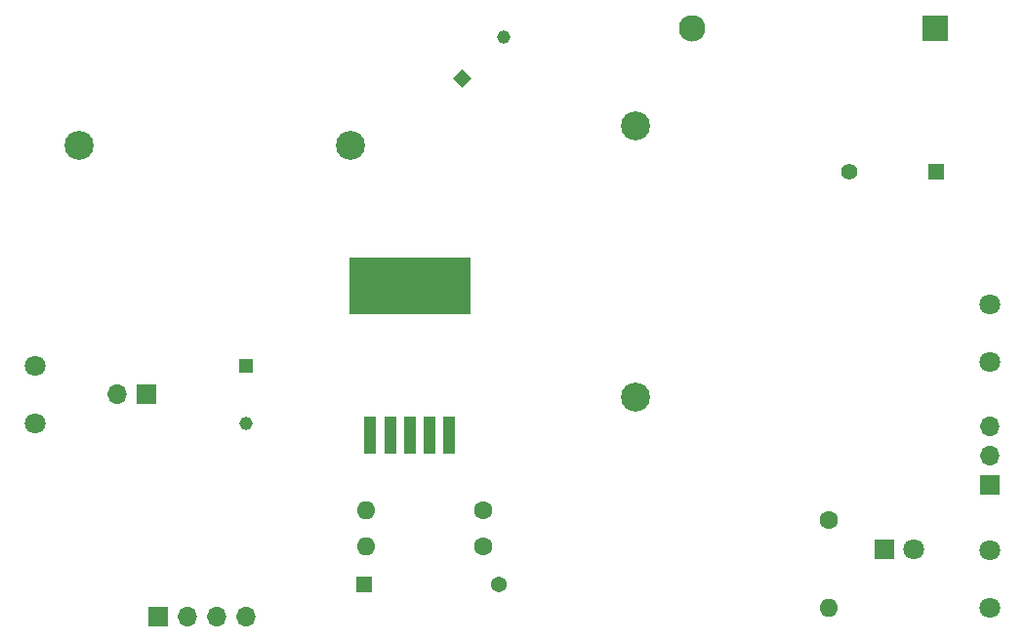
<source format=gbs>
G04 #@! TF.GenerationSoftware,KiCad,Pcbnew,5.1.10*
G04 #@! TF.CreationDate,2021-12-17T16:10:36-08:00*
G04 #@! TF.ProjectId,SEPIC,53455049-432e-46b6-9963-61645f706362,v0.1*
G04 #@! TF.SameCoordinates,Original*
G04 #@! TF.FileFunction,Soldermask,Bot*
G04 #@! TF.FilePolarity,Negative*
%FSLAX46Y46*%
G04 Gerber Fmt 4.6, Leading zero omitted, Abs format (unit mm)*
G04 Created by KiCad (PCBNEW 5.1.10) date 2021-12-17 16:10:36*
%MOMM*%
%LPD*%
G01*
G04 APERTURE LIST*
%ADD10R,10.530000X5.000000*%
%ADD11R,1.050000X3.210000*%
%ADD12C,2.300000*%
%ADD13R,2.300000X2.300000*%
%ADD14C,2.514600*%
%ADD15R,1.700000X1.700000*%
%ADD16O,1.700000X1.700000*%
%ADD17R,1.150000X1.150000*%
%ADD18C,1.150000*%
%ADD19R,1.400000X1.400000*%
%ADD20C,1.400000*%
%ADD21R,1.800000X1.800000*%
%ADD22C,1.800000*%
%ADD23C,1.803400*%
%ADD24C,1.600000*%
%ADD25O,1.600000X1.600000*%
%ADD26R,1.371600X1.371600*%
%ADD27C,1.371600*%
%ADD28C,0.100000*%
G04 APERTURE END LIST*
D10*
X133858000Y-102576000D03*
D11*
X130458000Y-115556000D03*
X132158000Y-115556000D03*
X133858000Y-115556000D03*
X135558000Y-115556000D03*
X137258000Y-115556000D03*
D12*
X158352000Y-80264000D03*
D13*
X179468000Y-80264000D03*
D14*
X105156001Y-90424000D03*
X128756002Y-90424000D03*
X153416000Y-88667998D03*
X153416000Y-112267999D03*
D15*
X110998000Y-112014000D03*
D16*
X108458000Y-112014000D03*
D17*
X119634000Y-109514000D03*
D18*
X119634000Y-114514000D03*
D19*
X179518000Y-92710000D03*
D20*
X172018000Y-92710000D03*
D21*
X175006000Y-125476000D03*
D22*
X177546000Y-125476000D03*
D23*
X101346000Y-114554000D03*
X101346000Y-109554000D03*
X184150000Y-104220000D03*
X184150000Y-109220000D03*
X184150000Y-130556000D03*
X184150000Y-125556000D03*
D24*
X170180000Y-122936000D03*
D25*
X170180000Y-130556000D03*
D24*
X140208000Y-122047000D03*
D25*
X130048000Y-122047000D03*
D26*
X129886000Y-128524000D03*
D27*
X141570000Y-128524000D03*
D24*
X140208000Y-125222000D03*
D25*
X130048000Y-125222000D03*
D15*
X112014000Y-131318000D03*
D16*
X114554000Y-131318000D03*
X117094000Y-131318000D03*
X119634000Y-131318000D03*
D15*
X184150000Y-119888000D03*
D16*
X184150000Y-117348000D03*
X184150000Y-114808000D03*
D28*
G36*
X138440233Y-85384940D02*
G01*
X137627060Y-84571767D01*
X138440233Y-83758594D01*
X139253406Y-84571767D01*
X138440233Y-85384940D01*
G37*
D18*
X141975767Y-81036233D03*
M02*

</source>
